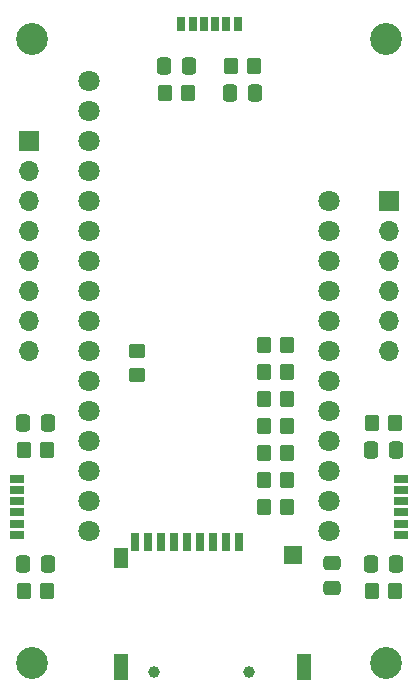
<source format=gbr>
%TF.GenerationSoftware,KiCad,Pcbnew,8.0.8*%
%TF.CreationDate,2025-02-11T14:17:18-06:00*%
%TF.ProjectId,IR Demo FeatherWing,49522044-656d-46f2-9046-656174686572,rev?*%
%TF.SameCoordinates,Original*%
%TF.FileFunction,Soldermask,Top*%
%TF.FilePolarity,Negative*%
%FSLAX46Y46*%
G04 Gerber Fmt 4.6, Leading zero omitted, Abs format (unit mm)*
G04 Created by KiCad (PCBNEW 8.0.8) date 2025-02-11 14:17:18*
%MOMM*%
%LPD*%
G01*
G04 APERTURE LIST*
G04 Aperture macros list*
%AMRoundRect*
0 Rectangle with rounded corners*
0 $1 Rounding radius*
0 $2 $3 $4 $5 $6 $7 $8 $9 X,Y pos of 4 corners*
0 Add a 4 corners polygon primitive as box body*
4,1,4,$2,$3,$4,$5,$6,$7,$8,$9,$2,$3,0*
0 Add four circle primitives for the rounded corners*
1,1,$1+$1,$2,$3*
1,1,$1+$1,$4,$5*
1,1,$1+$1,$6,$7*
1,1,$1+$1,$8,$9*
0 Add four rect primitives between the rounded corners*
20,1,$1+$1,$2,$3,$4,$5,0*
20,1,$1+$1,$4,$5,$6,$7,0*
20,1,$1+$1,$6,$7,$8,$9,0*
20,1,$1+$1,$8,$9,$2,$3,0*%
G04 Aperture macros list end*
%ADD10C,1.000000*%
%ADD11R,0.700000X1.600000*%
%ADD12R,1.200000X1.800000*%
%ADD13R,1.200000X2.200000*%
%ADD14R,1.600000X1.500000*%
%ADD15R,1.700000X1.700000*%
%ADD16O,1.700000X1.700000*%
%ADD17RoundRect,0.250000X0.337500X0.475000X-0.337500X0.475000X-0.337500X-0.475000X0.337500X-0.475000X0*%
%ADD18C,2.700000*%
%ADD19RoundRect,0.250000X-0.350000X-0.450000X0.350000X-0.450000X0.350000X0.450000X-0.350000X0.450000X0*%
%ADD20RoundRect,0.250000X-0.337500X-0.475000X0.337500X-0.475000X0.337500X0.475000X-0.337500X0.475000X0*%
%ADD21RoundRect,0.250000X0.350000X0.450000X-0.350000X0.450000X-0.350000X-0.450000X0.350000X-0.450000X0*%
%ADD22C,1.800000*%
%ADD23RoundRect,0.250000X0.475000X-0.337500X0.475000X0.337500X-0.475000X0.337500X-0.475000X-0.337500X0*%
%ADD24RoundRect,0.250000X0.450000X-0.350000X0.450000X0.350000X-0.450000X0.350000X-0.450000X-0.350000X0*%
%ADD25R,0.640000X1.270000*%
%ADD26R,1.270000X0.640000*%
G04 APERTURE END LIST*
D10*
%TO.C,J3*%
X145418000Y-131100000D03*
X153418000Y-131100000D03*
D11*
X152618000Y-120100000D03*
X151518000Y-120100000D03*
X150418000Y-120100000D03*
X149318000Y-120100000D03*
X148218000Y-120100000D03*
X147118000Y-120100000D03*
X146018000Y-120100000D03*
X144918000Y-120100000D03*
X143818000Y-120100000D03*
D12*
X142618000Y-121400000D03*
D13*
X142618000Y-130700000D03*
D14*
X157218000Y-121150000D03*
D13*
X158118000Y-130700000D03*
%TD*%
D15*
%TO.C,J2*%
X134874000Y-86106000D03*
D16*
X134874000Y-88646000D03*
X134874000Y-91186000D03*
X134874000Y-93726000D03*
X134874000Y-96266000D03*
X134874000Y-98806000D03*
X134874000Y-101346000D03*
X134874000Y-103886000D03*
%TD*%
D15*
%TO.C,J1*%
X165354000Y-91186000D03*
D16*
X165354000Y-93726000D03*
X165354000Y-96266000D03*
X165354000Y-98806000D03*
X165354000Y-101346000D03*
X165354000Y-103886000D03*
%TD*%
D17*
%TO.C,C4*%
X136419500Y-109982000D03*
X134344500Y-109982000D03*
%TD*%
D18*
%TO.C,H4*%
X165100000Y-130302000D03*
%TD*%
D19*
%TO.C,R3*%
X151908000Y-79756000D03*
X153908000Y-79756000D03*
%TD*%
D20*
%TO.C,C6*%
X163808500Y-121920000D03*
X165883500Y-121920000D03*
%TD*%
D21*
%TO.C,R12*%
X156702000Y-103378000D03*
X154702000Y-103378000D03*
%TD*%
%TO.C,R9*%
X156702000Y-110236000D03*
X154702000Y-110236000D03*
%TD*%
D19*
%TO.C,R14*%
X154702000Y-117094000D03*
X156702000Y-117094000D03*
%TD*%
D18*
%TO.C,H3*%
X135128000Y-130302000D03*
%TD*%
D21*
%TO.C,R4*%
X136382000Y-112268000D03*
X134382000Y-112268000D03*
%TD*%
D17*
%TO.C,C1*%
X148357500Y-79756000D03*
X146282500Y-79756000D03*
%TD*%
D22*
%TO.C,A1*%
X160274000Y-91186000D03*
X160274000Y-93726000D03*
X160274000Y-96266000D03*
X160274000Y-98806000D03*
X160274000Y-101346000D03*
X160274000Y-103886000D03*
X160274000Y-106426000D03*
X160274000Y-108966000D03*
X160274000Y-111506000D03*
X160274000Y-114046000D03*
X160274000Y-116586000D03*
X160274000Y-119126000D03*
X139954000Y-119126000D03*
X139954000Y-116586000D03*
X139954000Y-114046000D03*
X139954000Y-111506000D03*
X139954000Y-108966000D03*
X139954000Y-106426000D03*
X139954000Y-103886000D03*
X139954000Y-101346000D03*
X139954000Y-98806000D03*
X139954000Y-96266000D03*
X139954000Y-93726000D03*
X139954000Y-91186000D03*
X139954000Y-88646000D03*
X139954000Y-86106000D03*
X139954000Y-83566000D03*
X139954000Y-81026000D03*
%TD*%
D23*
%TO.C,C7*%
X160528000Y-123973500D03*
X160528000Y-121898500D03*
%TD*%
D20*
%TO.C,C5*%
X163808500Y-112268000D03*
X165883500Y-112268000D03*
%TD*%
%TO.C,C3*%
X151870500Y-82042000D03*
X153945500Y-82042000D03*
%TD*%
D21*
%TO.C,R2*%
X136382000Y-124206000D03*
X134382000Y-124206000D03*
%TD*%
%TO.C,R8*%
X156702000Y-112522000D03*
X154702000Y-112522000D03*
%TD*%
D19*
%TO.C,R13*%
X163846000Y-124206000D03*
X165846000Y-124206000D03*
%TD*%
D21*
%TO.C,R11*%
X156702000Y-105664000D03*
X154702000Y-105664000D03*
%TD*%
D24*
%TO.C,R5*%
X144018000Y-105902000D03*
X144018000Y-103902000D03*
%TD*%
D25*
%TO.C,U1*%
X152489000Y-76200000D03*
X151539000Y-76200000D03*
X150589000Y-76200000D03*
X149639000Y-76200000D03*
X148689000Y-76200000D03*
X147739000Y-76200000D03*
%TD*%
D18*
%TO.C,H2*%
X165100000Y-77470000D03*
%TD*%
D17*
%TO.C,C2*%
X136419500Y-121920000D03*
X134344500Y-121920000D03*
%TD*%
D19*
%TO.C,R6*%
X163846000Y-109982000D03*
X165846000Y-109982000D03*
%TD*%
D18*
%TO.C,H1*%
X135128000Y-77470000D03*
%TD*%
D21*
%TO.C,R7*%
X156702000Y-114808000D03*
X154702000Y-114808000D03*
%TD*%
D19*
%TO.C,R1*%
X146320000Y-82042000D03*
X148320000Y-82042000D03*
%TD*%
D21*
%TO.C,R10*%
X156702000Y-107950000D03*
X154702000Y-107950000D03*
%TD*%
D26*
%TO.C,U3*%
X166370000Y-119469000D03*
X166370000Y-118519000D03*
X166370000Y-117569000D03*
X166370000Y-116619000D03*
X166370000Y-115669000D03*
X166370000Y-114719000D03*
%TD*%
%TO.C,U2*%
X133858000Y-114719000D03*
X133858000Y-115669000D03*
X133858000Y-116619000D03*
X133858000Y-117569000D03*
X133858000Y-118519000D03*
X133858000Y-119469000D03*
%TD*%
M02*

</source>
